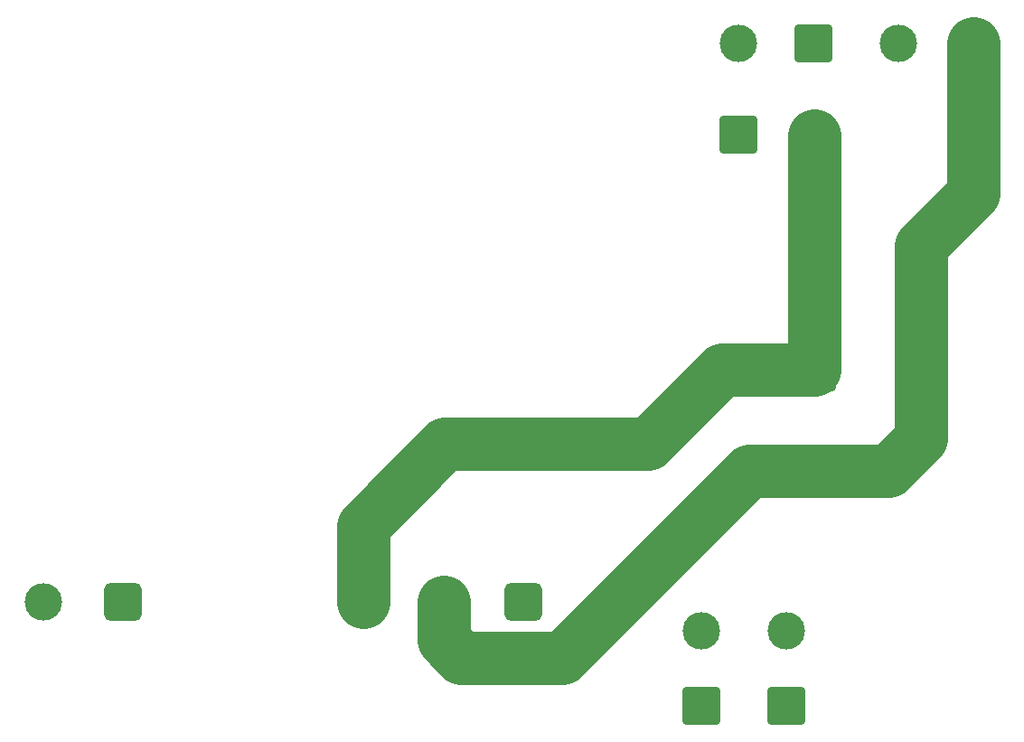
<source format=gbr>
%TF.GenerationSoftware,KiCad,Pcbnew,9.0.2*%
%TF.CreationDate,2025-06-12T22:51:23+08:00*%
%TF.ProjectId,MagFire,4d616746-6972-4652-9e6b-696361645f70,rev?*%
%TF.SameCoordinates,Original*%
%TF.FileFunction,Copper,L2,Bot*%
%TF.FilePolarity,Positive*%
%FSLAX46Y46*%
G04 Gerber Fmt 4.6, Leading zero omitted, Abs format (unit mm)*
G04 Created by KiCad (PCBNEW 9.0.2) date 2025-06-12 22:51:23*
%MOMM*%
%LPD*%
G01*
G04 APERTURE LIST*
G04 Aperture macros list*
%AMRoundRect*
0 Rectangle with rounded corners*
0 $1 Rounding radius*
0 $2 $3 $4 $5 $6 $7 $8 $9 X,Y pos of 4 corners*
0 Add a 4 corners polygon primitive as box body*
4,1,4,$2,$3,$4,$5,$6,$7,$8,$9,$2,$3,0*
0 Add four circle primitives for the rounded corners*
1,1,$1+$1,$2,$3*
1,1,$1+$1,$4,$5*
1,1,$1+$1,$6,$7*
1,1,$1+$1,$8,$9*
0 Add four rect primitives between the rounded corners*
20,1,$1+$1,$2,$3,$4,$5,0*
20,1,$1+$1,$4,$5,$6,$7,0*
20,1,$1+$1,$6,$7,$8,$9,0*
20,1,$1+$1,$8,$9,$2,$3,0*%
G04 Aperture macros list end*
%TA.AperFunction,ComponentPad*%
%ADD10C,3.500000*%
%TD*%
%TA.AperFunction,ComponentPad*%
%ADD11RoundRect,0.525000X-1.225000X-1.225000X1.225000X-1.225000X1.225000X1.225000X-1.225000X1.225000X0*%
%TD*%
%TA.AperFunction,ComponentPad*%
%ADD12RoundRect,0.250002X1.499998X-1.499998X1.499998X1.499998X-1.499998X1.499998X-1.499998X-1.499998X0*%
%TD*%
%TA.AperFunction,ComponentPad*%
%ADD13RoundRect,0.250002X1.499998X1.499998X-1.499998X1.499998X-1.499998X-1.499998X1.499998X-1.499998X0*%
%TD*%
%TA.AperFunction,ComponentPad*%
%ADD14RoundRect,0.250002X-1.499998X-1.499998X1.499998X-1.499998X1.499998X1.499998X-1.499998X1.499998X0*%
%TD*%
%TA.AperFunction,ComponentPad*%
%ADD15RoundRect,0.250000X-1.750000X-1.750000X1.750000X-1.750000X1.750000X1.750000X-1.750000X1.750000X0*%
%TD*%
%TA.AperFunction,ComponentPad*%
%ADD16C,4.000000*%
%TD*%
%TA.AperFunction,Conductor*%
%ADD17C,5.000000*%
%TD*%
%TA.AperFunction,Conductor*%
%ADD18C,0.200000*%
%TD*%
G04 APERTURE END LIST*
D10*
%TO.P,U1,1,IN+*%
%TO.N,Net-(U1-IN+)*%
X76845000Y-132775000D03*
D11*
%TO.P,U1,2,IN-*%
%TO.N,Net-(BT1--)*%
X84345000Y-132775000D03*
D10*
%TO.P,U1,3,OUT+*%
%TO.N,Net-(U1-OUT+)*%
X106845000Y-132775000D03*
D11*
%TO.P,U1,4,OUT*%
%TO.N,Net-(U1-OUT)*%
X114345000Y-132775000D03*
%TO.P,U1,5,OUT-*%
%TO.N,unconnected-(U1-OUT--Pad5)*%
X121845000Y-132775000D03*
%TD*%
D12*
%TO.P,BT1,1,+*%
%TO.N,Net-(BT1-+)*%
X146500000Y-142500000D03*
D10*
%TO.P,BT1,2,-*%
%TO.N,Net-(BT1--)*%
X146500000Y-135500000D03*
%TD*%
D12*
%TO.P,SW1,1,1*%
%TO.N,Net-(BT1-+)*%
X138500000Y-142500000D03*
D10*
%TO.P,SW1,2,2*%
%TO.N,Net-(U1-IN+)*%
X138500000Y-135500000D03*
%TD*%
D13*
%TO.P,SW2,1,1*%
%TO.N,Net-(U1-OUT)*%
X164000000Y-80500000D03*
D10*
%TO.P,SW2,2,2*%
%TO.N,Net-(L1-Pad1)*%
X157000000Y-80500000D03*
%TD*%
D14*
%TO.P,R1,1*%
%TO.N,Net-(L1-Pad2)*%
X142000000Y-89000000D03*
D10*
%TO.P,R1,2*%
%TO.N,Net-(U1-OUT+)*%
X149000000Y-89000000D03*
%TD*%
D13*
%TO.P,L1,1,1*%
%TO.N,Net-(L1-Pad1)*%
X149000000Y-80500000D03*
D10*
%TO.P,L1,2,2*%
%TO.N,Net-(L1-Pad2)*%
X142000000Y-80500000D03*
%TD*%
D15*
%TO.P,C1,1*%
%TO.N,Net-(U1-OUT+)*%
X149069501Y-111000000D03*
D16*
%TO.P,C1,2*%
%TO.N,Net-(U1-OUT)*%
X159069501Y-111000000D03*
%TD*%
D17*
%TO.N,Net-(U1-OUT)*%
X156000000Y-120500000D02*
X159069501Y-117430499D01*
X125500000Y-138000000D02*
X143000000Y-120500000D01*
X116000000Y-138000000D02*
X125500000Y-138000000D01*
X114345000Y-136345000D02*
X116000000Y-138000000D01*
X114345000Y-132775000D02*
X114345000Y-136345000D01*
X143000000Y-120500000D02*
X156000000Y-120500000D01*
X159069501Y-117430499D02*
X159069501Y-111000000D01*
%TO.N,Net-(U1-OUT+)*%
X114500000Y-118000000D02*
X106845000Y-125655000D01*
X133500000Y-118000000D02*
X114500000Y-118000000D01*
X106845000Y-125655000D02*
X106845000Y-132775000D01*
%TO.N,Net-(U1-OUT)*%
X159069501Y-99430499D02*
X159069501Y-111000000D01*
X164000000Y-94500000D02*
X159069501Y-99430499D01*
X164000000Y-80500000D02*
X164000000Y-94500000D01*
D18*
%TO.N,Net-(U1-OUT+)*%
X149069501Y-89069501D02*
X149000000Y-89000000D01*
D17*
X149069501Y-111000000D02*
X149069501Y-89069501D01*
X149069501Y-111000000D02*
X140500000Y-111000000D01*
X140500000Y-111000000D02*
X133500000Y-118000000D01*
%TD*%
M02*

</source>
